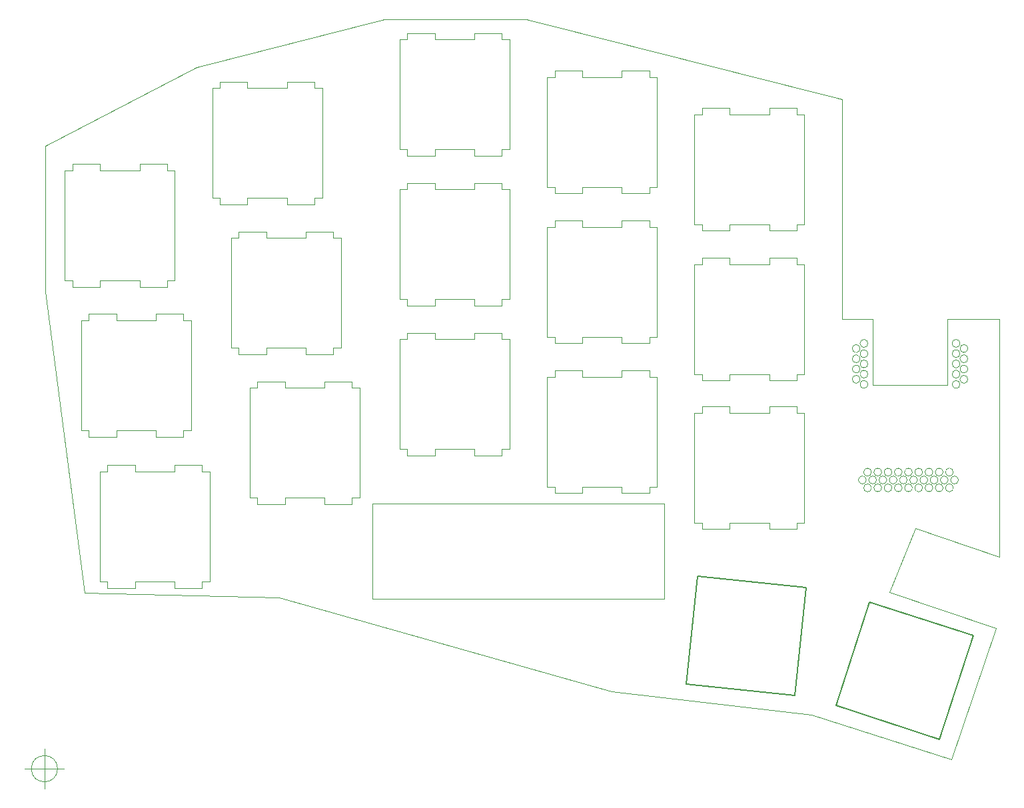
<source format=gm1>
%TF.GenerationSoftware,KiCad,Pcbnew,(6.0.8)*%
%TF.CreationDate,2022-10-28T13:11:56+09:00*%
%TF.ProjectId,selen_plate,73656c65-6e5f-4706-9c61-74652e6b6963,rev?*%
%TF.SameCoordinates,Original*%
%TF.FileFunction,Profile,NP*%
%FSLAX46Y46*%
G04 Gerber Fmt 4.6, Leading zero omitted, Abs format (unit mm)*
G04 Created by KiCad (PCBNEW (6.0.8)) date 2022-10-28 13:11:56*
%MOMM*%
%LPD*%
G01*
G04 APERTURE LIST*
%TA.AperFunction,Profile*%
%ADD10C,0.100000*%
%TD*%
%TA.AperFunction,Profile*%
%ADD11C,0.131185*%
%TD*%
G04 APERTURE END LIST*
D10*
X136859343Y-75545777D02*
X136859343Y-76368983D01*
X164121043Y-114954223D02*
X167621088Y-114954223D01*
X145388543Y-90339189D02*
X145388543Y-90339189D01*
X149860102Y-57318983D02*
X148888585Y-57318983D01*
X167621088Y-114954223D02*
X167621088Y-114151689D01*
X207100000Y-101150000D02*
G75*
G03*
X207100000Y-101150000I-500000J0D01*
G01*
X136859343Y-56495777D02*
X136859343Y-57318983D01*
X99878139Y-93037733D02*
X99878139Y-93037733D01*
X186353588Y-81616723D02*
X186353588Y-80814189D01*
X94314347Y-87957939D02*
X94314347Y-87957939D01*
X97789895Y-112246483D02*
X97789895Y-112246483D01*
X140359393Y-91141723D02*
X140359393Y-91141723D01*
X145388539Y-57318983D02*
X140359389Y-57318983D01*
X182853543Y-81616723D02*
X182853543Y-81616723D01*
X116546889Y-62687027D02*
X116546889Y-62687027D01*
X148888588Y-109389189D02*
X148888588Y-109389189D01*
X206900000Y-113300000D02*
G75*
G03*
X206900000Y-113300000I-500000J0D01*
G01*
X98759347Y-126216689D02*
X98759347Y-127019223D01*
X167621085Y-80308277D02*
X167621085Y-80308277D01*
X155591843Y-99358277D02*
X155591843Y-99358277D01*
X164121043Y-76854223D02*
X164121043Y-76854223D01*
X140359393Y-110191723D02*
X140359393Y-110191723D01*
X136859347Y-110191723D02*
X140359393Y-110191723D01*
X93344895Y-87957939D02*
X94314347Y-87957939D01*
X186353588Y-118755439D02*
X186353588Y-118755439D01*
X128428852Y-82560233D02*
X127457335Y-82560233D01*
X168592606Y-76051689D02*
X168592606Y-76051689D01*
X187325106Y-80814189D02*
X187325106Y-80814189D01*
X173354895Y-80814189D02*
X174324347Y-80814189D01*
X159091893Y-114151689D02*
X164121043Y-114151689D01*
X159091893Y-76854223D02*
X159091893Y-76854223D01*
X155591843Y-62081483D02*
X154622395Y-62081483D01*
X159091893Y-114151689D02*
X159091893Y-114151689D01*
X167621085Y-81131483D02*
X167621085Y-81131483D01*
X97814389Y-73987733D02*
X97814389Y-73987733D01*
X164121039Y-62081483D02*
X159091889Y-62081483D01*
X95408645Y-93037733D02*
X95408645Y-107007939D01*
X117809347Y-116382973D02*
X121309393Y-116382973D01*
X148888585Y-94595777D02*
X148888585Y-94595777D01*
X164121039Y-99358277D02*
X164121039Y-100181483D01*
X96378097Y-107007939D02*
X96378097Y-107007939D01*
X127457338Y-96530439D02*
X127457338Y-96530439D01*
X148888585Y-57318983D02*
X148888585Y-56495777D01*
X159091893Y-95101689D02*
X159091893Y-95101689D01*
X126047606Y-77480439D02*
X126047606Y-77480439D01*
X182853543Y-99864189D02*
X182853543Y-99864189D01*
X148888585Y-95418983D02*
X148888585Y-94595777D01*
X99878139Y-92214527D02*
X99878139Y-92214527D01*
X182853539Y-66843983D02*
X177824389Y-66843983D01*
X102259393Y-126216689D02*
X107288543Y-126216689D01*
X106343585Y-73164527D02*
X106343585Y-73164527D01*
X182853543Y-100666723D02*
X182853543Y-100666723D01*
X208100000Y-96600000D02*
G75*
G03*
X208100000Y-96600000I-500000J0D01*
G01*
X177824393Y-81616723D02*
X177824393Y-80814189D01*
X168592602Y-100181483D02*
X167621085Y-100181483D01*
X116546889Y-63510233D02*
X116546889Y-63510233D01*
X94314343Y-73164527D02*
X94314343Y-73164527D01*
X108407338Y-107007939D02*
X108407338Y-107007939D01*
X136859347Y-71289189D02*
X136859347Y-71289189D01*
X148888585Y-57318983D02*
X148888585Y-57318983D01*
X149860106Y-71289189D02*
X149860102Y-57318983D01*
X174324347Y-119557973D02*
X174324347Y-119557973D01*
X186353585Y-103962027D02*
X182853539Y-103962027D01*
X195400000Y-99850000D02*
G75*
G03*
X195400000Y-99850000I-500000J0D01*
G01*
X104907289Y-93037733D02*
X104907289Y-93037733D01*
X121576039Y-62687027D02*
X121576039Y-62687027D01*
X155591847Y-76854223D02*
X155591847Y-76854223D01*
X186353585Y-104785233D02*
X186353585Y-103962027D01*
X186353585Y-85070777D02*
X182853539Y-85070777D01*
X108407335Y-93037733D02*
X108407335Y-93037733D01*
X155591847Y-114151689D02*
X155591847Y-114151689D01*
X97814393Y-88760473D02*
X97814393Y-88760473D01*
X104907289Y-92214527D02*
X104907289Y-93037733D01*
D11*
X187529910Y-126938355D02*
X186083360Y-140701359D01*
D10*
X102843539Y-73164527D02*
X102843539Y-73164527D01*
X112077395Y-63510233D02*
X112077395Y-77480439D01*
X97789895Y-112246483D02*
X97789895Y-126216689D01*
X186353588Y-80814189D02*
X186353588Y-80814189D01*
X186353588Y-119557973D02*
X186353588Y-119557973D01*
X113046843Y-63510233D02*
X112077395Y-63510233D01*
X145388539Y-94595777D02*
X145388539Y-95418983D01*
D11*
X172320355Y-139254809D02*
X173766905Y-125491805D01*
D10*
X173354895Y-99864189D02*
X174324347Y-99864189D01*
X167621085Y-81131483D02*
X167621085Y-80308277D01*
X145388539Y-57318983D02*
X145388539Y-57318983D01*
X125076085Y-62687027D02*
X125076085Y-62687027D01*
X174324343Y-66843983D02*
X174324343Y-66843983D01*
D11*
X173766905Y-125491805D02*
X187529910Y-126938355D01*
D10*
X99878143Y-107007939D02*
X99878143Y-107007939D01*
X132400000Y-128400000D02*
X169500000Y-128400000D01*
X136859343Y-76368983D02*
X135889895Y-76368983D01*
X167621085Y-99358277D02*
X167621085Y-99358277D01*
X135889895Y-109389189D02*
X135889895Y-109389189D01*
X136859347Y-91141723D02*
X140359393Y-91141723D01*
X177824393Y-99864189D02*
X182853543Y-99864189D01*
X110788585Y-111423277D02*
X107288539Y-111423277D01*
X154622395Y-95101689D02*
X154622395Y-95101689D01*
X93344895Y-73987733D02*
X93344895Y-73987733D01*
X140359393Y-72091723D02*
X140359393Y-71289189D01*
X168592606Y-95101689D02*
X168592602Y-81131483D01*
X118928139Y-82560233D02*
X118928139Y-81737027D01*
X164121039Y-61258277D02*
X164121039Y-61258277D01*
X168592602Y-81131483D02*
X167621085Y-81131483D01*
X164121039Y-100181483D02*
X159091889Y-100181483D01*
X159091889Y-61258277D02*
X159091889Y-61258277D01*
X102843543Y-87957939D02*
X102843543Y-88760473D01*
X148888588Y-71289189D02*
X148888588Y-71289189D01*
X140359389Y-56495777D02*
X136859343Y-56495777D01*
X177824393Y-100666723D02*
X177824393Y-99864189D01*
X140359389Y-56495777D02*
X140359389Y-56495777D01*
X107288543Y-127019223D02*
X110788588Y-127019223D01*
D11*
X191318588Y-141965834D02*
X195595016Y-128804340D01*
D10*
X145388543Y-90339189D02*
X145388543Y-91141723D01*
X154622395Y-62081483D02*
X154622395Y-76051689D01*
X182853543Y-118755439D02*
X182853543Y-118755439D01*
X102259393Y-127019223D02*
X102259393Y-127019223D01*
X164121043Y-114151689D02*
X164121043Y-114151689D01*
X97789895Y-126216689D02*
X98759347Y-126216689D01*
X199100000Y-113300000D02*
G75*
G03*
X199100000Y-113300000I-500000J0D01*
G01*
X140359393Y-71289189D02*
X140359393Y-71289189D01*
X186353585Y-85893983D02*
X186353585Y-85893983D01*
X148888588Y-91141723D02*
X148888588Y-91141723D01*
X177824389Y-85070777D02*
X177824389Y-85070777D01*
X197150000Y-112300000D02*
G75*
G03*
X197150000Y-112300000I-500000J0D01*
G01*
X164121039Y-61258277D02*
X164121039Y-62081483D01*
X155591843Y-99358277D02*
X155591843Y-100181483D01*
D11*
X204480083Y-146242263D02*
X191318588Y-141965834D01*
D10*
X167621088Y-114954223D02*
X167621088Y-114954223D01*
X186353588Y-100666723D02*
X186353588Y-99864189D01*
X140359393Y-109389189D02*
X145388543Y-109389189D01*
X129838585Y-101610233D02*
X129838585Y-101610233D01*
X140359389Y-94595777D02*
X136859343Y-94595777D01*
X186353585Y-66020777D02*
X182853539Y-66020777D01*
X149860102Y-95418983D02*
X148888585Y-95418983D01*
X155591847Y-114954223D02*
X155591847Y-114954223D01*
X140359393Y-109389189D02*
X140359393Y-109389189D01*
X145388543Y-71289189D02*
X145388543Y-72091723D01*
X154622395Y-76051689D02*
X154622395Y-76051689D01*
X177824389Y-66020777D02*
X174324343Y-66020777D01*
X145388539Y-94595777D02*
X145388539Y-94595777D01*
X130810102Y-101610233D02*
X129838585Y-101610233D01*
X167621085Y-62081483D02*
X167621085Y-62081483D01*
X167621088Y-95101689D02*
X168592606Y-95101689D01*
X199750000Y-114300000D02*
G75*
G03*
X199750000Y-114300000I-500000J0D01*
G01*
X186353585Y-85893983D02*
X186353585Y-85070777D01*
X97814393Y-87957939D02*
X97814393Y-87957939D01*
X167621088Y-95904223D02*
X167621088Y-95101689D01*
X107288539Y-111423277D02*
X107288539Y-112246483D01*
X109378852Y-93037733D02*
X108407335Y-93037733D01*
X174324343Y-103962027D02*
X174324343Y-103962027D01*
X94314343Y-73987733D02*
X94314343Y-73987733D01*
X164121043Y-76854223D02*
X167621088Y-76854223D01*
X106343588Y-88760473D02*
X106343588Y-87957939D01*
X145388539Y-56495777D02*
X145388539Y-57318983D01*
X186353588Y-99864189D02*
X187325106Y-99864189D01*
X115428097Y-97332973D02*
X118928143Y-97332973D01*
X102259389Y-111423277D02*
X98759343Y-111423277D01*
X182853543Y-119557973D02*
X186353588Y-119557973D01*
X126338539Y-101610233D02*
X121309389Y-101610233D01*
X207100000Y-98550000D02*
G75*
G03*
X207100000Y-98550000I-500000J0D01*
G01*
X206250000Y-112300000D02*
G75*
G03*
X206250000Y-112300000I-500000J0D01*
G01*
X148888588Y-72091723D02*
X148888588Y-71289189D01*
X154622395Y-81131483D02*
X154622395Y-81131483D01*
X99878143Y-107810473D02*
X99878143Y-107007939D01*
X93344895Y-87957939D02*
X93344895Y-87957939D01*
X135889895Y-109389189D02*
X136859347Y-109389189D01*
X98759343Y-112246483D02*
X98759343Y-112246483D01*
X182853539Y-85070777D02*
X182853539Y-85070777D01*
X129838585Y-101610233D02*
X129838585Y-100787027D01*
X117809343Y-100787027D02*
X117809343Y-100787027D01*
X174324347Y-80814189D02*
X174324347Y-80814189D01*
X118928143Y-96530439D02*
X123957293Y-96530439D01*
X104907293Y-107810473D02*
X104907293Y-107810473D01*
X194400000Y-97900000D02*
G75*
G03*
X194400000Y-97900000I-500000J0D01*
G01*
X107288539Y-112246483D02*
X102259389Y-112246483D01*
X129838585Y-100787027D02*
X129838585Y-100787027D01*
X110788585Y-112246483D02*
X110788585Y-112246483D01*
X194400000Y-96600000D02*
G75*
G03*
X194400000Y-96600000I-500000J0D01*
G01*
X121576043Y-78282973D02*
X125076088Y-78282973D01*
X112077395Y-77480439D02*
X112077395Y-77480439D01*
X145388539Y-75545777D02*
X145388539Y-76368983D01*
X177824393Y-119557973D02*
X177824393Y-118755439D01*
X159091889Y-80308277D02*
X159091889Y-80308277D01*
X108407335Y-92214527D02*
X108407335Y-92214527D01*
X168592606Y-114151689D02*
X168592602Y-100181483D01*
X182853543Y-80814189D02*
X182853543Y-81616723D01*
X173354895Y-104785233D02*
X173354895Y-104785233D01*
X182853539Y-103962027D02*
X182853539Y-103962027D01*
X167621085Y-100181483D02*
X167621085Y-100181483D01*
X121576039Y-63510233D02*
X116546889Y-63510233D01*
X130810106Y-115580439D02*
X130810102Y-101610233D01*
X126338543Y-115580439D02*
X126338543Y-115580439D01*
X107288543Y-126216689D02*
X107288543Y-126216689D01*
X136859347Y-90339189D02*
X136859347Y-91141723D01*
X177824393Y-100666723D02*
X177824393Y-100666723D01*
X95408645Y-93037733D02*
X95408645Y-93037733D01*
X182853539Y-85070777D02*
X182853539Y-85893983D01*
X118928143Y-97332973D02*
X118928143Y-96530439D01*
X186353585Y-85070777D02*
X186353585Y-85070777D01*
X182853539Y-103962027D02*
X182853539Y-104785233D01*
X121309393Y-116382973D02*
X121309393Y-116382973D01*
X155591843Y-80308277D02*
X155591843Y-81131483D01*
X164121043Y-95904223D02*
X164121043Y-95904223D01*
X182853543Y-100666723D02*
X186353588Y-100666723D01*
X116546893Y-78282973D02*
X116546893Y-78282973D01*
X177824389Y-104785233D02*
X177824389Y-104785233D01*
X135889895Y-90339189D02*
X135889895Y-90339189D01*
X203650000Y-112300000D02*
G75*
G03*
X203650000Y-112300000I-500000J0D01*
G01*
X123957293Y-96530439D02*
X123957293Y-97332973D01*
X145388539Y-95418983D02*
X145388539Y-95418983D01*
X140359393Y-72091723D02*
X140359393Y-72091723D01*
X186353585Y-66843983D02*
X186353585Y-66020777D01*
X113046847Y-77480439D02*
X113046847Y-77480439D01*
X155591843Y-61258277D02*
X155591843Y-62081483D01*
X169500000Y-116300000D02*
X132400000Y-116300000D01*
X94314347Y-88760473D02*
X94314347Y-88760473D01*
X169500000Y-128400000D02*
X169500000Y-116300000D01*
X129838588Y-115580439D02*
X130810106Y-115580439D01*
X167621085Y-62081483D02*
X167621085Y-61258277D01*
X104907293Y-107007939D02*
X104907293Y-107007939D01*
X194400000Y-100500000D02*
G75*
G03*
X194400000Y-100500000I-500000J0D01*
G01*
X167621088Y-114151689D02*
X167621088Y-114151689D01*
X135889895Y-71289189D02*
X135889895Y-71289189D01*
X125076088Y-78282973D02*
X125076088Y-78282973D01*
X159091893Y-76051689D02*
X159091893Y-76051689D01*
X115428093Y-82560233D02*
X115428093Y-82560233D01*
X102259389Y-112246483D02*
X102259389Y-111423277D01*
X177824389Y-66843983D02*
X177824389Y-66020777D01*
X205600000Y-113300000D02*
G75*
G03*
X205600000Y-113300000I-500000J0D01*
G01*
X174324343Y-66843983D02*
X173354895Y-66843983D01*
X132400000Y-116300000D02*
X132400000Y-128300000D01*
X108407335Y-93037733D02*
X108407335Y-92214527D01*
X159091889Y-99358277D02*
X159091889Y-99358277D01*
X140359393Y-90339189D02*
X140359393Y-90339189D01*
X102259393Y-127019223D02*
X102259393Y-126216689D01*
X96378097Y-107007939D02*
X96378097Y-107810473D01*
X109378856Y-107007939D02*
X109378852Y-93037733D01*
X95408645Y-107007939D02*
X96378097Y-107007939D01*
X102843539Y-73987733D02*
X102843539Y-73987733D01*
X129838588Y-116382973D02*
X129838588Y-116382973D01*
X121309389Y-100787027D02*
X117809343Y-100787027D01*
X177824393Y-81616723D02*
X177824393Y-81616723D01*
X136859347Y-71289189D02*
X136859347Y-72091723D01*
X155591843Y-80308277D02*
X155591843Y-80308277D01*
X108407335Y-92214527D02*
X104907289Y-92214527D01*
X154622395Y-62081483D02*
X154622395Y-62081483D01*
X125076085Y-62687027D02*
X121576039Y-62687027D01*
X130810106Y-115580439D02*
X130810106Y-115580439D01*
X182853539Y-66020777D02*
X182853539Y-66020777D01*
X140359389Y-95418983D02*
X140359389Y-94595777D01*
X117809343Y-101610233D02*
X117809343Y-101610233D01*
X107288543Y-127019223D02*
X107288543Y-127019223D01*
X167621088Y-95904223D02*
X167621088Y-95904223D01*
X108407338Y-107007939D02*
X109378856Y-107007939D01*
X168592606Y-76051689D02*
X168592602Y-62081483D01*
X173354895Y-104785233D02*
X173354895Y-118755439D01*
D11*
X187529910Y-126938355D02*
X187529910Y-126938355D01*
D10*
X199750000Y-112300000D02*
G75*
G03*
X199750000Y-112300000I-500000J0D01*
G01*
D11*
X208756511Y-133080769D02*
X204480083Y-146242263D01*
D10*
X145388543Y-91141723D02*
X145388543Y-91141723D01*
X167621088Y-76051689D02*
X167621088Y-76051689D01*
X145388543Y-72091723D02*
X148888588Y-72091723D01*
X182853539Y-104785233D02*
X177824389Y-104785233D01*
X123957293Y-97332973D02*
X127457338Y-97332973D01*
X149860106Y-109389189D02*
X149860106Y-109389189D01*
X174324343Y-66020777D02*
X174324343Y-66020777D01*
X135889895Y-76368983D02*
X135889895Y-90339189D01*
X186353585Y-66843983D02*
X186353585Y-66843983D01*
X136859343Y-57318983D02*
X136859343Y-57318983D01*
X126338539Y-101610233D02*
X126338539Y-101610233D01*
X148888585Y-94595777D02*
X145388539Y-94595777D01*
X159091893Y-95904223D02*
X159091893Y-95904223D01*
X203000000Y-113300000D02*
G75*
G03*
X203000000Y-113300000I-500000J0D01*
G01*
X159091889Y-100181483D02*
X159091889Y-100181483D01*
X117809347Y-115580439D02*
X117809347Y-115580439D01*
X164121043Y-95904223D02*
X167621088Y-95904223D01*
X148888585Y-75545777D02*
X148888585Y-75545777D01*
X111760106Y-126216689D02*
X111760102Y-112246483D01*
X127457338Y-97332973D02*
X127457338Y-97332973D01*
X140359389Y-75545777D02*
X140359389Y-75545777D01*
X148888588Y-90339189D02*
X148888588Y-90339189D01*
X173354895Y-85893983D02*
X173354895Y-99864189D01*
X159091893Y-95101689D02*
X164121043Y-95101689D01*
X136859343Y-94595777D02*
X136859343Y-94595777D01*
X174324347Y-100666723D02*
X177824393Y-100666723D01*
X121576039Y-62687027D02*
X121576039Y-63510233D01*
X126338543Y-116382973D02*
X126338543Y-116382973D01*
X154622395Y-95101689D02*
X155591847Y-95101689D01*
X154622395Y-81131483D02*
X154622395Y-95101689D01*
X159091889Y-100181483D02*
X159091889Y-99358277D01*
X186353588Y-118755439D02*
X187325106Y-118755439D01*
X126047606Y-77480439D02*
X126047602Y-63510233D01*
X187325102Y-66843983D02*
X186353585Y-66843983D01*
X167621088Y-95101689D02*
X167621088Y-95101689D01*
X145388543Y-109389189D02*
X145388543Y-109389189D01*
X194400000Y-99200000D02*
G75*
G03*
X194400000Y-99200000I-500000J0D01*
G01*
X195400000Y-97250000D02*
G75*
G03*
X195400000Y-97250000I-500000J0D01*
G01*
X155591847Y-95904223D02*
X155591847Y-95904223D01*
X154622395Y-76051689D02*
X155591847Y-76051689D01*
X110788588Y-127019223D02*
X110788588Y-126216689D01*
X174324343Y-66020777D02*
X174324343Y-66843983D01*
X177824389Y-103962027D02*
X174324343Y-103962027D01*
X174324343Y-103962027D02*
X174324343Y-104785233D01*
X136859347Y-90339189D02*
X136859347Y-90339189D01*
X174324347Y-80814189D02*
X174324347Y-81616723D01*
X140359389Y-76368983D02*
X140359389Y-75545777D01*
X182853539Y-66843983D02*
X182853539Y-66843983D01*
X107288539Y-112246483D02*
X107288539Y-112246483D01*
X127457335Y-81737027D02*
X123957289Y-81737027D01*
X177824393Y-118755439D02*
X182853543Y-118755439D01*
X182853543Y-80814189D02*
X182853543Y-80814189D01*
X106343588Y-87957939D02*
X106343588Y-87957939D01*
X126338539Y-100787027D02*
X126338539Y-100787027D01*
X198450000Y-112300000D02*
G75*
G03*
X198450000Y-112300000I-500000J0D01*
G01*
X115428093Y-81737027D02*
X115428093Y-81737027D01*
X123957289Y-82560233D02*
X123957289Y-82560233D01*
X145388539Y-76368983D02*
X140359389Y-76368983D01*
X96378097Y-107810473D02*
X96378097Y-107810473D01*
X125076085Y-63510233D02*
X125076085Y-62687027D01*
X159091889Y-99358277D02*
X155591843Y-99358277D01*
X135889895Y-71289189D02*
X136859347Y-71289189D01*
X197800000Y-113300000D02*
G75*
G03*
X197800000Y-113300000I-500000J0D01*
G01*
X102843539Y-73164527D02*
X102843539Y-73987733D01*
X145388539Y-76368983D02*
X145388539Y-76368983D01*
X121309393Y-115580439D02*
X121309393Y-115580439D01*
X186353585Y-66020777D02*
X186353585Y-66020777D01*
X140359393Y-91141723D02*
X140359393Y-90339189D01*
X174324347Y-81616723D02*
X174324347Y-81616723D01*
X177824389Y-104785233D02*
X177824389Y-103962027D01*
X155591847Y-76051689D02*
X155591847Y-76854223D01*
X106343588Y-87957939D02*
X107315106Y-87957939D01*
X121576039Y-63510233D02*
X121576039Y-63510233D01*
X148888588Y-91141723D02*
X148888588Y-90339189D01*
X177824389Y-66020777D02*
X177824389Y-66020777D01*
X116546893Y-77480439D02*
X116546893Y-77480439D01*
X118928143Y-97332973D02*
X118928143Y-97332973D01*
D11*
X208756511Y-133080769D02*
X208756511Y-133080769D01*
D10*
X129838588Y-116382973D02*
X129838588Y-115580439D01*
X177824393Y-80814189D02*
X182853543Y-80814189D01*
X148888588Y-110191723D02*
X148888588Y-110191723D01*
X148888585Y-76368983D02*
X148888585Y-75545777D01*
X145388543Y-71289189D02*
X145388543Y-71289189D01*
X129838585Y-100787027D02*
X126338539Y-100787027D01*
X118928139Y-81737027D02*
X115428093Y-81737027D01*
X187325102Y-85893983D02*
X186353585Y-85893983D01*
X135889895Y-76368983D02*
X135889895Y-76368983D01*
X148888585Y-76368983D02*
X148888585Y-76368983D01*
X164121039Y-80308277D02*
X164121039Y-80308277D01*
X148888585Y-56495777D02*
X148888585Y-56495777D01*
X125076088Y-77480439D02*
X126047606Y-77480439D01*
X167621085Y-61258277D02*
X167621085Y-61258277D01*
X108407338Y-107810473D02*
X108407338Y-107007939D01*
X136859343Y-75545777D02*
X136859343Y-75545777D01*
X168592606Y-95101689D02*
X168592606Y-95101689D01*
X140359389Y-94595777D02*
X140359389Y-94595777D01*
X112077395Y-77480439D02*
X113046847Y-77480439D01*
X182853539Y-66020777D02*
X182853539Y-66843983D01*
X167621085Y-80308277D02*
X164121039Y-80308277D01*
X145388539Y-75545777D02*
X145388539Y-75545777D01*
X140359393Y-71289189D02*
X145388543Y-71289189D01*
X173354895Y-99864189D02*
X173354895Y-99864189D01*
X98759347Y-127019223D02*
X102259393Y-127019223D01*
X155591847Y-76051689D02*
X155591847Y-76051689D01*
X164121043Y-95101689D02*
X164121043Y-95101689D01*
X177824389Y-103962027D02*
X177824389Y-103962027D01*
X159091893Y-95904223D02*
X159091893Y-95101689D01*
X149860106Y-90339189D02*
X149860106Y-90339189D01*
X140359393Y-90339189D02*
X145388543Y-90339189D01*
X126047602Y-63510233D02*
X125076085Y-63510233D01*
X177824393Y-80814189D02*
X177824393Y-80814189D01*
X102259389Y-112246483D02*
X102259389Y-112246483D01*
X174324343Y-85893983D02*
X173354895Y-85893983D01*
D11*
X172320355Y-139254809D02*
X172320355Y-139254809D01*
D10*
X135889895Y-95418983D02*
X135889895Y-109389189D01*
X136859347Y-72091723D02*
X140359393Y-72091723D01*
X136859347Y-110191723D02*
X136859347Y-110191723D01*
X173354895Y-118755439D02*
X174324347Y-118755439D01*
X121576043Y-77480439D02*
X121576043Y-77480439D01*
X121576043Y-78282973D02*
X121576043Y-78282973D01*
D11*
X186083360Y-140701359D02*
X172320355Y-139254809D01*
D10*
X177824389Y-85893983D02*
X177824389Y-85893983D01*
X174324347Y-81616723D02*
X177824393Y-81616723D01*
X102843543Y-88760473D02*
X106343588Y-88760473D01*
X121309393Y-115580439D02*
X126338543Y-115580439D01*
X98759347Y-126216689D02*
X98759347Y-126216689D01*
X149860106Y-71289189D02*
X149860106Y-71289189D01*
X93344895Y-73987733D02*
X93344895Y-87957939D01*
X98759343Y-111423277D02*
X98759343Y-112246483D01*
X127457338Y-97332973D02*
X127457338Y-96530439D01*
X167621085Y-61258277D02*
X164121039Y-61258277D01*
X204950000Y-114300000D02*
G75*
G03*
X204950000Y-114300000I-500000J0D01*
G01*
X126338539Y-100787027D02*
X126338539Y-101610233D01*
X208100000Y-100500000D02*
G75*
G03*
X208100000Y-100500000I-500000J0D01*
G01*
X123957289Y-82560233D02*
X118928139Y-82560233D01*
X117809343Y-101610233D02*
X116839895Y-101610233D01*
X94314343Y-73987733D02*
X93344895Y-73987733D01*
X117809347Y-116382973D02*
X117809347Y-116382973D01*
X97814393Y-88760473D02*
X97814393Y-87957939D01*
X136859343Y-95418983D02*
X135889895Y-95418983D01*
X206250000Y-114300000D02*
G75*
G03*
X206250000Y-114300000I-500000J0D01*
G01*
X202350000Y-112300000D02*
G75*
G03*
X202350000Y-112300000I-500000J0D01*
G01*
X155591843Y-62081483D02*
X155591843Y-62081483D01*
X187325106Y-118755439D02*
X187325106Y-118755439D01*
X104907293Y-107007939D02*
X104907293Y-107810473D01*
X186353585Y-104785233D02*
X186353585Y-104785233D01*
X145388543Y-72091723D02*
X145388543Y-72091723D01*
X116839895Y-115580439D02*
X117809347Y-115580439D01*
X195200000Y-113300000D02*
G75*
G03*
X195200000Y-113300000I-500000J0D01*
G01*
X148888588Y-109389189D02*
X149860106Y-109389189D01*
X121309389Y-101610233D02*
X121309389Y-101610233D01*
X116839895Y-101610233D02*
X116839895Y-115580439D01*
X182853539Y-85893983D02*
X177824389Y-85893983D01*
X154622395Y-100181483D02*
X154622395Y-100181483D01*
X98759347Y-127019223D02*
X98759347Y-127019223D01*
X140359393Y-110191723D02*
X140359393Y-109389189D01*
X115428097Y-96530439D02*
X115428097Y-97332973D01*
X104907289Y-92214527D02*
X104907289Y-92214527D01*
X145388543Y-110191723D02*
X145388543Y-110191723D01*
X186353588Y-100666723D02*
X186353588Y-100666723D01*
X102843543Y-88760473D02*
X102843543Y-88760473D01*
X116546893Y-77480439D02*
X121576043Y-77480439D01*
X200400000Y-113300000D02*
G75*
G03*
X200400000Y-113300000I-500000J0D01*
G01*
X168592606Y-114151689D02*
X168592606Y-114151689D01*
X187325106Y-118755439D02*
X187325102Y-104785233D01*
X118928143Y-96530439D02*
X118928143Y-96530439D01*
X110788585Y-112246483D02*
X110788585Y-111423277D01*
X177824393Y-119557973D02*
X177824393Y-119557973D01*
X136859343Y-95418983D02*
X136859343Y-95418983D01*
X107315106Y-87957939D02*
X107315102Y-73987733D01*
X116839895Y-115580439D02*
X116839895Y-115580439D01*
X148888588Y-71289189D02*
X149860106Y-71289189D01*
X145388543Y-109389189D02*
X145388543Y-110191723D01*
X107288543Y-126216689D02*
X107288543Y-127019223D01*
X164121043Y-95101689D02*
X164121043Y-95904223D01*
X207100000Y-99850000D02*
G75*
G03*
X207100000Y-99850000I-500000J0D01*
G01*
X136859343Y-57318983D02*
X135889895Y-57318983D01*
X136859343Y-56495777D02*
X136859343Y-56495777D01*
X115428093Y-81737027D02*
X115428093Y-82560233D01*
X201050000Y-112300000D02*
G75*
G03*
X201050000Y-112300000I-500000J0D01*
G01*
X145388543Y-91141723D02*
X148888588Y-91141723D01*
X106343585Y-73987733D02*
X106343585Y-73164527D01*
X123957289Y-81737027D02*
X123957289Y-82560233D01*
D11*
X195595016Y-128804340D02*
X208756511Y-133080769D01*
D10*
X96378097Y-107810473D02*
X99878143Y-107810473D01*
X94314347Y-87957939D02*
X94314347Y-88760473D01*
X203650000Y-114300000D02*
G75*
G03*
X203650000Y-114300000I-500000J0D01*
G01*
X121309389Y-100787027D02*
X121309389Y-100787027D01*
X177824393Y-118755439D02*
X177824393Y-118755439D01*
X98759343Y-111423277D02*
X98759343Y-111423277D01*
X168592602Y-62081483D02*
X167621085Y-62081483D01*
X174324347Y-100666723D02*
X174324347Y-100666723D01*
X167621088Y-76051689D02*
X168592606Y-76051689D01*
X148888588Y-90339189D02*
X149860106Y-90339189D01*
X195850000Y-114300000D02*
G75*
G03*
X195850000Y-114300000I-500000J0D01*
G01*
X186353588Y-119557973D02*
X186353588Y-118755439D01*
X115428097Y-97332973D02*
X115428097Y-97332973D01*
X187325106Y-99864189D02*
X187325102Y-85893983D01*
X117809347Y-115580439D02*
X117809347Y-116382973D01*
X155591847Y-95904223D02*
X159091893Y-95904223D01*
X136859343Y-76368983D02*
X136859343Y-76368983D01*
X136859347Y-109389189D02*
X136859347Y-110191723D01*
X113046843Y-62687027D02*
X113046843Y-63510233D01*
X140359389Y-75545777D02*
X136859343Y-75545777D01*
X174324347Y-99864189D02*
X174324347Y-99864189D01*
X195400000Y-98550000D02*
G75*
G03*
X195400000Y-98550000I-500000J0D01*
G01*
X116546889Y-63510233D02*
X116546889Y-62687027D01*
X118928139Y-81737027D02*
X118928139Y-81737027D01*
X201700000Y-113300000D02*
G75*
G03*
X201700000Y-113300000I-500000J0D01*
G01*
X110788588Y-126216689D02*
X111760106Y-126216689D01*
X128428856Y-96530439D02*
X128428852Y-82560233D01*
X154622395Y-100181483D02*
X154622395Y-114151689D01*
X113046847Y-78282973D02*
X116546893Y-78282973D01*
X140359389Y-57318983D02*
X140359389Y-57318983D01*
X123957293Y-96530439D02*
X123957293Y-96530439D01*
X148888588Y-110191723D02*
X148888588Y-109389189D01*
X136859347Y-72091723D02*
X136859347Y-72091723D01*
X135889895Y-90339189D02*
X136859347Y-90339189D01*
X114458645Y-96530439D02*
X114458645Y-96530439D01*
X177824389Y-85070777D02*
X174324343Y-85070777D01*
X102259393Y-126216689D02*
X102259393Y-126216689D01*
X118928139Y-82560233D02*
X118928139Y-82560233D01*
X111760106Y-126216689D02*
X111760106Y-126216689D01*
X97814389Y-73987733D02*
X97814389Y-73164527D01*
X112077395Y-63510233D02*
X112077395Y-63510233D01*
X174324347Y-118755439D02*
X174324347Y-118755439D01*
X99878139Y-93037733D02*
X99878139Y-92214527D01*
X127457338Y-96530439D02*
X128428856Y-96530439D01*
X155591847Y-76854223D02*
X159091893Y-76854223D01*
X173354895Y-66843983D02*
X173354895Y-80814189D01*
X140359389Y-57318983D02*
X140359389Y-56495777D01*
X164121043Y-114954223D02*
X164121043Y-114954223D01*
X159091889Y-80308277D02*
X155591843Y-80308277D01*
X94314343Y-73164527D02*
X94314343Y-73987733D01*
X164121039Y-81131483D02*
X159091889Y-81131483D01*
X96378093Y-92214527D02*
X96378093Y-93037733D01*
X111760102Y-112246483D02*
X110788585Y-112246483D01*
D11*
X186083360Y-140701359D02*
X186083360Y-140701359D01*
D10*
X107315106Y-87957939D02*
X107315106Y-87957939D01*
X159091889Y-61258277D02*
X155591843Y-61258277D01*
X114458645Y-96530439D02*
X115428097Y-96530439D01*
X187325106Y-99864189D02*
X187325106Y-99864189D01*
X127457335Y-82560233D02*
X127457335Y-81737027D01*
X155591843Y-100181483D02*
X155591843Y-100181483D01*
X114458645Y-82560233D02*
X114458645Y-96530439D01*
X102259389Y-111423277D02*
X102259389Y-111423277D01*
X159091889Y-62081483D02*
X159091889Y-61258277D01*
X159091889Y-62081483D02*
X159091889Y-62081483D01*
X186353588Y-81616723D02*
X186353588Y-81616723D01*
X155591847Y-95101689D02*
X155591847Y-95101689D01*
X129838588Y-115580439D02*
X129838588Y-115580439D01*
X115428093Y-82560233D02*
X114458645Y-82560233D01*
X187325106Y-80814189D02*
X187325102Y-66843983D01*
X174324347Y-118755439D02*
X174324347Y-119557973D01*
X108407338Y-107810473D02*
X108407338Y-107810473D01*
X173354895Y-85893983D02*
X173354895Y-85893983D01*
X126338543Y-115580439D02*
X126338543Y-116382973D01*
X208100000Y-97900000D02*
G75*
G03*
X208100000Y-97900000I-500000J0D01*
G01*
X159091893Y-76854223D02*
X159091893Y-76051689D01*
X140359389Y-95418983D02*
X140359389Y-95418983D01*
X136859343Y-94595777D02*
X136859343Y-95418983D01*
X182853543Y-81616723D02*
X186353588Y-81616723D01*
X127457335Y-82560233D02*
X127457335Y-82560233D01*
X94314347Y-88760473D02*
X97814393Y-88760473D01*
X136859347Y-109389189D02*
X136859347Y-109389189D01*
X195400000Y-95950000D02*
G75*
G03*
X195400000Y-95950000I-500000J0D01*
G01*
X167621085Y-100181483D02*
X167621085Y-99358277D01*
X173354895Y-80814189D02*
X173354895Y-80814189D01*
X97814389Y-73164527D02*
X94314343Y-73164527D01*
X126338543Y-116382973D02*
X129838588Y-116382973D01*
X177824389Y-66843983D02*
X177824389Y-66843983D01*
X174324343Y-104785233D02*
X174324343Y-104785233D01*
X164121039Y-62081483D02*
X164121039Y-62081483D01*
X128428856Y-96530439D02*
X128428856Y-96530439D01*
X204950000Y-112300000D02*
G75*
G03*
X204950000Y-112300000I-500000J0D01*
G01*
D11*
X191318588Y-141965834D02*
X191318588Y-141965834D01*
D10*
X164121039Y-100181483D02*
X164121039Y-100181483D01*
X149860106Y-109389189D02*
X149860102Y-95418983D01*
X121576043Y-77480439D02*
X121576043Y-78282973D01*
X164121039Y-99358277D02*
X164121039Y-99358277D01*
X110788588Y-127019223D02*
X110788588Y-127019223D01*
X155591847Y-114954223D02*
X159091893Y-114954223D01*
X155591847Y-114151689D02*
X155591847Y-114954223D01*
X182853543Y-119557973D02*
X182853543Y-119557973D01*
X197150000Y-114300000D02*
G75*
G03*
X197150000Y-114300000I-500000J0D01*
G01*
X204300000Y-113300000D02*
G75*
G03*
X204300000Y-113300000I-500000J0D01*
G01*
X140359389Y-76368983D02*
X140359389Y-76368983D01*
X96378093Y-93037733D02*
X95408645Y-93037733D01*
X96378093Y-92214527D02*
X96378093Y-92214527D01*
X182853539Y-104785233D02*
X182853539Y-104785233D01*
X159091893Y-114954223D02*
X159091893Y-114954223D01*
X174324343Y-85070777D02*
X174324343Y-85893983D01*
X106343585Y-73987733D02*
X106343585Y-73987733D01*
X107315102Y-73987733D02*
X106343585Y-73987733D01*
X102843539Y-73987733D02*
X97814389Y-73987733D01*
X148888588Y-72091723D02*
X148888588Y-72091723D01*
X167621088Y-76854223D02*
X167621088Y-76051689D01*
X164121043Y-114151689D02*
X164121043Y-114954223D01*
X110788588Y-126216689D02*
X110788588Y-126216689D01*
X107288539Y-111423277D02*
X107288539Y-111423277D01*
X174324347Y-99864189D02*
X174324347Y-100666723D01*
X173354895Y-118755439D02*
X173354895Y-118755439D01*
X113046843Y-62687027D02*
X113046843Y-62687027D01*
X155591843Y-81131483D02*
X155591843Y-81131483D01*
X99878143Y-107810473D02*
X99878143Y-107810473D01*
X207100000Y-95950000D02*
G75*
G03*
X207100000Y-95950000I-500000J0D01*
G01*
X195850000Y-112300000D02*
G75*
G03*
X195850000Y-112300000I-500000J0D01*
G01*
X196500000Y-113300000D02*
G75*
G03*
X196500000Y-113300000I-500000J0D01*
G01*
X135889895Y-95418983D02*
X135889895Y-95418983D01*
X109378856Y-107007939D02*
X109378856Y-107007939D01*
X95408645Y-107007939D02*
X95408645Y-107007939D01*
D11*
X204480083Y-146242263D02*
X204480083Y-146242263D01*
D10*
X115428097Y-96530439D02*
X115428097Y-96530439D01*
X125076085Y-63510233D02*
X125076085Y-63510233D01*
X207100000Y-97250000D02*
G75*
G03*
X207100000Y-97250000I-500000J0D01*
G01*
X106343588Y-88760473D02*
X106343588Y-88760473D01*
X195400000Y-101150000D02*
G75*
G03*
X195400000Y-101150000I-500000J0D01*
G01*
X164121039Y-80308277D02*
X164121039Y-81131483D01*
X106343585Y-73164527D02*
X102843539Y-73164527D01*
X99878143Y-107007939D02*
X104907293Y-107007939D01*
X201050000Y-114300000D02*
G75*
G03*
X201050000Y-114300000I-500000J0D01*
G01*
X159091889Y-81131483D02*
X159091889Y-81131483D01*
X117809343Y-100787027D02*
X117809343Y-101610233D01*
X164121043Y-76051689D02*
X164121043Y-76051689D01*
X148888585Y-56495777D02*
X145388539Y-56495777D01*
X198450000Y-114300000D02*
G75*
G03*
X198450000Y-114300000I-500000J0D01*
G01*
X187325102Y-104785233D02*
X186353585Y-104785233D01*
X155591843Y-100181483D02*
X154622395Y-100181483D01*
X182853543Y-118755439D02*
X182853543Y-119557973D01*
X136859347Y-91141723D02*
X136859347Y-91141723D01*
X167621085Y-99358277D02*
X164121039Y-99358277D01*
X135889895Y-57318983D02*
X135889895Y-71289189D01*
X114458645Y-82560233D02*
X114458645Y-82560233D01*
X99878139Y-92214527D02*
X96378093Y-92214527D01*
X148888585Y-75545777D02*
X145388539Y-75545777D01*
X167621088Y-114151689D02*
X168592606Y-114151689D01*
X104907289Y-93037733D02*
X99878139Y-93037733D01*
X192090000Y-64910801D02*
X192090000Y-92882801D01*
X196000000Y-92882801D01*
X196000000Y-101200000D01*
X205500000Y-101200000D01*
X205500000Y-92882801D01*
X212090000Y-92882801D01*
X212100000Y-123100000D01*
X201400000Y-119400000D01*
X198100000Y-127600000D01*
X211700000Y-132100000D01*
X205994000Y-148844000D01*
X188214000Y-143160801D01*
X162814000Y-140208000D01*
X120549104Y-128229704D01*
X95848000Y-127680801D01*
X90840000Y-89410801D01*
X90827500Y-70848301D01*
X110072000Y-60878801D01*
X133965000Y-54782801D01*
X151982000Y-54782801D01*
X192090000Y-64910801D01*
X155591847Y-95101689D02*
X155591847Y-95904223D01*
X155591843Y-81131483D02*
X154622395Y-81131483D01*
X177824393Y-99864189D02*
X177824393Y-99864189D01*
X97814389Y-73164527D02*
X97814389Y-73164527D01*
X97814393Y-87957939D02*
X102843543Y-87957939D01*
X174324343Y-85070777D02*
X174324343Y-85070777D01*
X104907293Y-107810473D02*
X108407338Y-107810473D01*
X208100000Y-99200000D02*
G75*
G03*
X208100000Y-99200000I-500000J0D01*
G01*
X116546893Y-78282973D02*
X116546893Y-77480439D01*
X174324347Y-119557973D02*
X177824393Y-119557973D01*
X149860102Y-76368983D02*
X148888585Y-76368983D01*
X113046847Y-78282973D02*
X113046847Y-78282973D01*
X155591843Y-61258277D02*
X155591843Y-61258277D01*
X173354895Y-66843983D02*
X173354895Y-66843983D01*
X164121043Y-76051689D02*
X164121043Y-76854223D01*
X159091893Y-76051689D02*
X164121043Y-76051689D01*
X145388539Y-56495777D02*
X145388539Y-56495777D01*
X145388543Y-110191723D02*
X148888588Y-110191723D01*
X123957293Y-97332973D02*
X123957293Y-97332973D01*
X167621088Y-76854223D02*
X167621088Y-76854223D01*
X125076088Y-78282973D02*
X125076088Y-77480439D01*
X159091889Y-81131483D02*
X159091889Y-80308277D01*
X186353585Y-103962027D02*
X186353585Y-103962027D01*
X116546889Y-62687027D02*
X113046843Y-62687027D01*
X174324343Y-104785233D02*
X173354895Y-104785233D01*
X186353588Y-99864189D02*
X186353588Y-99864189D01*
X182853539Y-85893983D02*
X182853539Y-85893983D01*
X148888585Y-95418983D02*
X148888585Y-95418983D01*
X116839895Y-101610233D02*
X116839895Y-101610233D01*
X125076088Y-77480439D02*
X125076088Y-77480439D01*
X149860106Y-90339189D02*
X149860102Y-76368983D01*
X96378093Y-93037733D02*
X96378093Y-93037733D01*
X121309393Y-116382973D02*
X121309393Y-115580439D01*
X182853543Y-99864189D02*
X182853543Y-100666723D01*
X154622395Y-114151689D02*
X154622395Y-114151689D01*
X127457335Y-81737027D02*
X127457335Y-81737027D01*
X113046847Y-77480439D02*
X113046847Y-78282973D01*
X186353588Y-80814189D02*
X187325106Y-80814189D01*
X121309389Y-101610233D02*
X121309389Y-100787027D01*
X202350000Y-114300000D02*
G75*
G03*
X202350000Y-114300000I-500000J0D01*
G01*
X174324343Y-85893983D02*
X174324343Y-85893983D01*
X113046843Y-63510233D02*
X113046843Y-63510233D01*
X135889895Y-57318983D02*
X135889895Y-57318983D01*
X159091893Y-114954223D02*
X159091893Y-114151689D01*
X164121039Y-81131483D02*
X164121039Y-81131483D01*
X97789895Y-126216689D02*
X97789895Y-126216689D01*
X102843543Y-87957939D02*
X102843543Y-87957939D01*
X177824389Y-85893983D02*
X177824389Y-85070777D01*
X98759343Y-112246483D02*
X97789895Y-112246483D01*
X110788585Y-111423277D02*
X110788585Y-111423277D01*
X154622395Y-114151689D02*
X155591847Y-114151689D01*
X123957289Y-81737027D02*
X123957289Y-81737027D01*
X145388539Y-95418983D02*
X140359389Y-95418983D01*
X92416666Y-150000000D02*
G75*
G03*
X92416666Y-150000000I-1666666J0D01*
G01*
X88250000Y-150000000D02*
X93250000Y-150000000D01*
X90750000Y-147500000D02*
X90750000Y-152500000D01*
M02*

</source>
